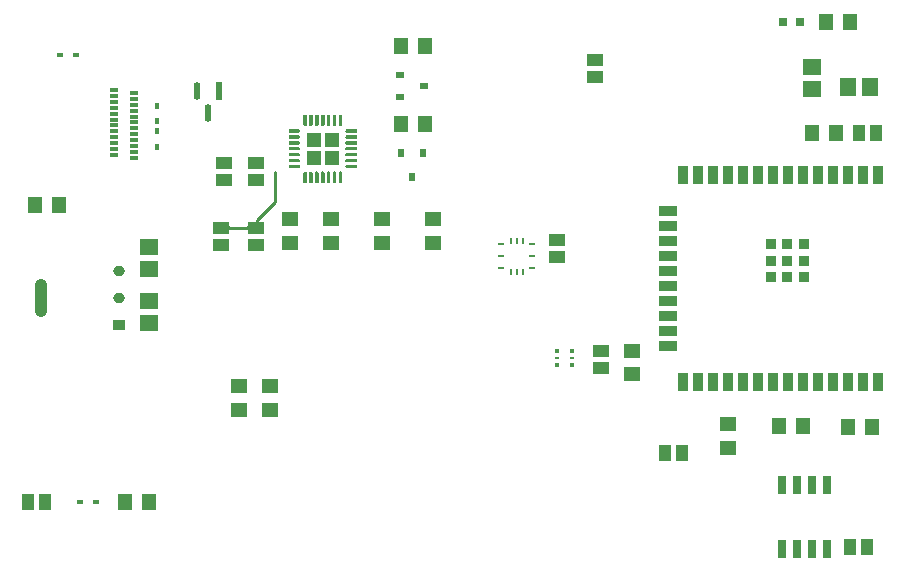
<source format=gtp>
G04*
G04 #@! TF.GenerationSoftware,Altium Limited,Altium Designer,24.7.2 (38)*
G04*
G04 Layer_Color=8421504*
%FSLAX44Y44*%
%MOMM*%
G71*
G04*
G04 #@! TF.SameCoordinates,1D9A9799-C8E3-4473-89B4-75341A8A5718*
G04*
G04*
G04 #@! TF.FilePolarity,Positive*
G04*
G01*
G75*
%ADD15C,0.2540*%
%ADD16R,1.2000X1.2000*%
%ADD17R,0.2500X0.5000*%
%ADD18R,0.5000X0.2500*%
%ADD19R,1.2000X1.4500*%
%ADD20R,0.4800X0.4000*%
%ADD21R,0.6000X0.8000*%
%ADD22R,0.8000X0.8000*%
%ADD23R,0.9000X1.5000*%
%ADD24R,1.5000X0.9000*%
%ADD25R,0.9000X0.9000*%
%ADD26R,0.9144X0.9144*%
G04:AMPARAMS|DCode=27|XSize=1.55mm|YSize=0.6mm|CornerRadius=0.051mm|HoleSize=0mm|Usage=FLASHONLY|Rotation=270.000|XOffset=0mm|YOffset=0mm|HoleType=Round|Shape=RoundedRectangle|*
%AMROUNDEDRECTD27*
21,1,1.5500,0.4980,0,0,270.0*
21,1,1.4480,0.6000,0,0,270.0*
1,1,0.1020,-0.2490,-0.7240*
1,1,0.1020,-0.2490,0.7240*
1,1,0.1020,0.2490,0.7240*
1,1,0.1020,0.2490,-0.7240*
%
%ADD27ROUNDEDRECTD27*%
%ADD28C,0.2700*%
%ADD29R,1.3562X1.0546*%
%ADD30R,1.4546X1.5562*%
%ADD31R,0.4000X0.4000*%
%ADD32R,0.4000X0.2000*%
%ADD33R,1.0043X0.8721*%
G04:AMPARAMS|DCode=34|XSize=1.0043mm|YSize=0.8721mm|CornerRadius=0.4361mm|HoleSize=0mm|Usage=FLASHONLY|Rotation=180.000|XOffset=0mm|YOffset=0mm|HoleType=Round|Shape=RoundedRectangle|*
%AMROUNDEDRECTD34*
21,1,1.0043,0.0000,0,0,180.0*
21,1,0.1322,0.8721,0,0,180.0*
1,1,0.8721,-0.0661,0.0000*
1,1,0.8721,0.0661,0.0000*
1,1,0.8721,0.0661,0.0000*
1,1,0.8721,-0.0661,0.0000*
%
%ADD34ROUNDEDRECTD34*%
G04:AMPARAMS|DCode=35|XSize=1.0043mm|YSize=3.1821mm|CornerRadius=0.4369mm|HoleSize=0mm|Usage=FLASHONLY|Rotation=180.000|XOffset=0mm|YOffset=0mm|HoleType=Round|Shape=RoundedRectangle|*
%AMROUNDEDRECTD35*
21,1,1.0043,2.3084,0,0,180.0*
21,1,0.1306,3.1821,0,0,180.0*
1,1,0.8737,-0.0653,1.1542*
1,1,0.8737,0.0653,1.1542*
1,1,0.8737,0.0653,-1.1542*
1,1,0.8737,-0.0653,-1.1542*
%
%ADD35ROUNDEDRECTD35*%
%ADD36R,0.5780X1.5242*%
G04:AMPARAMS|DCode=37|XSize=1.5242mm|YSize=0.578mm|CornerRadius=0.289mm|HoleSize=0mm|Usage=FLASHONLY|Rotation=270.000|XOffset=0mm|YOffset=0mm|HoleType=Round|Shape=RoundedRectangle|*
%AMROUNDEDRECTD37*
21,1,1.5242,0.0000,0,0,270.0*
21,1,0.9463,0.5780,0,0,270.0*
1,1,0.5780,0.0000,-0.4731*
1,1,0.5780,0.0000,0.4731*
1,1,0.5780,0.0000,0.4731*
1,1,0.5780,0.0000,-0.4731*
%
%ADD37ROUNDEDRECTD37*%
%ADD38R,0.7000X0.3000*%
%ADD39R,1.1046X1.3562*%
%ADD40R,1.0546X1.3562*%
%ADD41R,1.5562X1.4546*%
%ADD42R,0.4000X0.4800*%
%ADD43R,1.4500X1.2000*%
%ADD44R,0.8000X0.6000*%
G36*
X286580Y381060D02*
Y380762D01*
X286352Y380210D01*
X285930Y379788D01*
X285378Y379560D01*
X284782D01*
X284230Y379788D01*
X283808Y380210D01*
X283580Y380762D01*
Y381060D01*
Y389060D01*
X286580D01*
Y381060D01*
D02*
G37*
G36*
X281580D02*
Y380762D01*
X281352Y380210D01*
X280930Y379788D01*
X280378Y379560D01*
X279782D01*
X279230Y379788D01*
X278808Y380210D01*
X278580Y380762D01*
Y381060D01*
Y389060D01*
X281580D01*
Y381060D01*
D02*
G37*
G36*
X276580D02*
Y380762D01*
X276352Y380210D01*
X275930Y379788D01*
X275378Y379560D01*
X274782D01*
X274230Y379788D01*
X273808Y380210D01*
X273580Y380762D01*
Y381060D01*
Y389060D01*
X276580D01*
X276580Y381060D01*
D02*
G37*
G36*
X271580D02*
Y380762D01*
X271352Y380210D01*
X270930Y379788D01*
X270378Y379560D01*
X269782D01*
X269230Y379788D01*
X268808Y380210D01*
X268580Y380762D01*
Y381060D01*
Y389060D01*
X271580D01*
Y381060D01*
D02*
G37*
G36*
X266580D02*
Y380762D01*
X266352Y380210D01*
X265930Y379788D01*
X265378Y379560D01*
X264782D01*
X264230Y379788D01*
X263808Y380210D01*
X263580Y380762D01*
Y381060D01*
X263580D01*
Y389060D01*
X266580D01*
Y381060D01*
D02*
G37*
G36*
X261580D02*
Y380762D01*
X261352Y380210D01*
X260930Y379788D01*
X260378Y379560D01*
X259782D01*
X259230Y379788D01*
X258808Y380210D01*
X258580Y380762D01*
Y381060D01*
Y389060D01*
X261580D01*
Y381060D01*
D02*
G37*
G36*
X256580D02*
Y380762D01*
X256352Y380210D01*
X255930Y379788D01*
X255378Y379560D01*
X254782D01*
X254230Y379788D01*
X253808Y380210D01*
X253580Y380762D01*
Y381060D01*
Y389060D01*
X256580D01*
Y381060D01*
D02*
G37*
G36*
X298830Y373810D02*
X290532D01*
X289980Y374038D01*
X289558Y374460D01*
X289330Y375012D01*
Y375310D01*
Y375608D01*
X289558Y376160D01*
X289980Y376582D01*
X290532Y376810D01*
X298830D01*
Y373810D01*
D02*
G37*
G36*
X250180Y376582D02*
X250602Y376160D01*
X250830Y375608D01*
Y375310D01*
Y375012D01*
X250602Y374460D01*
X250180Y374038D01*
X249628Y373810D01*
X241330D01*
Y376810D01*
X249628D01*
X250180Y376582D01*
D02*
G37*
G36*
X298830Y368810D02*
X290532D01*
X289980Y369038D01*
X289558Y369460D01*
X289330Y370012D01*
Y370310D01*
Y370608D01*
X289558Y371160D01*
X289980Y371582D01*
X290532Y371810D01*
X298830D01*
Y368810D01*
D02*
G37*
G36*
X250180Y371582D02*
X250602Y371160D01*
X250830Y370608D01*
Y370310D01*
Y370012D01*
X250602Y369460D01*
X250180Y369038D01*
X249628Y368810D01*
X241330D01*
Y371810D01*
X249628D01*
X250180Y371582D01*
D02*
G37*
G36*
X298830Y363810D02*
X290532D01*
X289980Y364038D01*
X289558Y364460D01*
X289330Y365012D01*
Y365310D01*
Y365608D01*
X289558Y366160D01*
X289980Y366582D01*
X290532Y366810D01*
X290830D01*
Y366810D01*
X298830D01*
Y363810D01*
D02*
G37*
G36*
X249330Y366810D02*
X249628D01*
X250180Y366582D01*
X250602Y366160D01*
X250830Y365608D01*
Y365310D01*
Y365012D01*
X250602Y364460D01*
X250180Y364038D01*
X249628Y363810D01*
X241330D01*
Y366810D01*
X249330Y366810D01*
D02*
G37*
G36*
X298830Y358810D02*
X290532D01*
X289980Y359038D01*
X289558Y359460D01*
X289330Y360012D01*
Y360310D01*
Y360608D01*
X289558Y361160D01*
X289980Y361582D01*
X290532Y361810D01*
X298830D01*
Y358810D01*
D02*
G37*
G36*
X250180Y361582D02*
X250602Y361160D01*
X250830Y360608D01*
Y360310D01*
Y360012D01*
X250602Y359460D01*
X250180Y359038D01*
X249628Y358810D01*
X241330D01*
Y361810D01*
X249628D01*
X250180Y361582D01*
D02*
G37*
G36*
X298830Y353810D02*
X290830Y353810D01*
X290532D01*
X289980Y354038D01*
X289558Y354460D01*
X289330Y355012D01*
Y355310D01*
Y355608D01*
X289558Y356160D01*
X289980Y356582D01*
X290532Y356810D01*
X298830D01*
Y353810D01*
D02*
G37*
G36*
X250180Y356582D02*
X250602Y356160D01*
X250830Y355608D01*
Y355310D01*
Y355012D01*
X250602Y354460D01*
X250180Y354038D01*
X249628Y353810D01*
X249330D01*
Y353810D01*
X241330D01*
Y356810D01*
X249628D01*
X250180Y356582D01*
D02*
G37*
G36*
X298830Y348810D02*
X290532D01*
X289980Y349038D01*
X289558Y349460D01*
X289330Y350012D01*
Y350310D01*
Y350608D01*
X289558Y351160D01*
X289980Y351582D01*
X290532Y351810D01*
X298830D01*
Y348810D01*
D02*
G37*
G36*
X250180Y351582D02*
X250602Y351160D01*
X250830Y350608D01*
Y350310D01*
Y350012D01*
X250602Y349460D01*
X250180Y349038D01*
X249628Y348810D01*
X241330D01*
Y351810D01*
X249628D01*
X250180Y351582D01*
D02*
G37*
G36*
X298830Y343810D02*
X290532D01*
X289980Y344038D01*
X289558Y344460D01*
X289330Y345012D01*
Y345310D01*
Y345608D01*
X289558Y346160D01*
X289980Y346582D01*
X290532Y346810D01*
X298830D01*
Y343810D01*
D02*
G37*
G36*
X250180Y346582D02*
X250602Y346160D01*
X250830Y345608D01*
Y345310D01*
Y345012D01*
X250602Y344460D01*
X250180Y344038D01*
X249628Y343810D01*
X241330D01*
Y346810D01*
X249628D01*
X250180Y346582D01*
D02*
G37*
G36*
X285930Y340832D02*
X286352Y340410D01*
X286580Y339858D01*
Y339560D01*
Y331560D01*
X283580D01*
Y339560D01*
Y339858D01*
X283808Y340410D01*
X284230Y340832D01*
X284782Y341060D01*
X285378D01*
X285930Y340832D01*
D02*
G37*
G36*
X280930D02*
X281352Y340410D01*
X281580Y339858D01*
Y339560D01*
Y331560D01*
X278580D01*
Y339560D01*
Y339858D01*
X278808Y340410D01*
X279230Y340832D01*
X279782Y341060D01*
X280378D01*
X280930Y340832D01*
D02*
G37*
G36*
X275930D02*
X276352Y340410D01*
X276580Y339858D01*
Y339560D01*
X276580D01*
Y331560D01*
X273580D01*
Y339560D01*
Y339858D01*
X273808Y340410D01*
X274230Y340832D01*
X274782Y341060D01*
X275378D01*
X275930Y340832D01*
D02*
G37*
G36*
X270930D02*
X271352Y340410D01*
X271580Y339858D01*
Y339560D01*
Y331560D01*
X268580D01*
Y339560D01*
Y339858D01*
X268808Y340410D01*
X269230Y340832D01*
X269782Y341060D01*
X270378D01*
X270930Y340832D01*
D02*
G37*
G36*
X265930D02*
X266352Y340410D01*
X266580Y339858D01*
Y339560D01*
Y331560D01*
X263580D01*
X263580Y339560D01*
Y339858D01*
X263808Y340410D01*
X264230Y340832D01*
X264782Y341060D01*
X265378D01*
X265930Y340832D01*
D02*
G37*
G36*
X260930D02*
X261352Y340410D01*
X261580Y339858D01*
Y339560D01*
Y331560D01*
X258580D01*
Y339560D01*
Y339858D01*
X258808Y340410D01*
X259230Y340832D01*
X259782Y341060D01*
X260378D01*
X260930Y340832D01*
D02*
G37*
G36*
X255930D02*
X256352Y340410D01*
X256580Y339858D01*
Y339560D01*
Y331560D01*
X253580D01*
Y339560D01*
Y339858D01*
X253808Y340410D01*
X254230Y340832D01*
X254782Y341060D01*
X255378D01*
X255930Y340832D01*
D02*
G37*
G36*
X216068Y299568D02*
X216123Y298819D01*
X216156Y298636D01*
X216196Y298486D01*
X216243Y298370D01*
X216298Y298287D01*
X216360Y298237D01*
X216429Y298220D01*
X213160D01*
X213230Y298237D01*
X213292Y298287D01*
X213346Y298370D01*
X213394Y298486D01*
X213434Y298636D01*
X213466Y298819D01*
X213492Y299036D01*
X213521Y299568D01*
X213525Y299885D01*
X216065D01*
X216068Y299568D01*
D02*
G37*
G36*
X206609Y290468D02*
X206584Y290709D01*
X206508Y290925D01*
X206381Y291115D01*
X206203Y291281D01*
X205975Y291420D01*
X205695Y291535D01*
X205365Y291623D01*
X204984Y291687D01*
X204552Y291725D01*
X204069Y291738D01*
Y294278D01*
X204552Y294291D01*
X204984Y294329D01*
X205365Y294392D01*
X205695Y294481D01*
X205975Y294595D01*
X206203Y294735D01*
X206381Y294900D01*
X206508Y295091D01*
X206584Y295306D01*
X206609Y295548D01*
Y290468D01*
D02*
G37*
G36*
X190896Y295306D02*
X190973Y295091D01*
X191101Y294900D01*
X191281Y294735D01*
X191513Y294595D01*
X191795Y294481D01*
X192130Y294392D01*
X192515Y294329D01*
X192952Y294291D01*
X193440Y294278D01*
Y291738D01*
X192952Y291725D01*
X192515Y291687D01*
X192130Y291623D01*
X191795Y291535D01*
X191513Y291420D01*
X191281Y291281D01*
X191101Y291115D01*
X190973Y290925D01*
X190896Y290709D01*
X190870Y290468D01*
Y295548D01*
X190896Y295306D01*
D02*
G37*
D15*
X219877Y304967D02*
X219877D01*
X213360Y293008D02*
X214795Y294443D01*
Y299885D02*
X219877Y304967D01*
X214795Y294443D02*
Y299885D01*
X219877Y304967D02*
X230070Y315160D01*
Y340804D01*
X184150Y293008D02*
X213360D01*
D16*
X262580Y367810D02*
D03*
X277580D02*
D03*
X262580Y352810D02*
D03*
X277580D02*
D03*
D17*
X434340Y282240D02*
D03*
Y256240D02*
D03*
X439340D02*
D03*
X429340D02*
D03*
X439340Y282240D02*
D03*
X429340D02*
D03*
D18*
X447340Y269240D02*
D03*
X421340D02*
D03*
X447340Y279240D02*
D03*
Y259240D02*
D03*
X421340D02*
D03*
Y279240D02*
D03*
D19*
X704690Y373380D02*
D03*
X684690D02*
D03*
X715170Y124300D02*
D03*
X735170D02*
D03*
X676750Y125730D02*
D03*
X656750D02*
D03*
X123030Y60960D02*
D03*
X103030D02*
D03*
X696120Y467360D02*
D03*
X716120D02*
D03*
X26830Y312420D02*
D03*
X46830D02*
D03*
X336343Y447247D02*
D03*
X356343D02*
D03*
X336550Y381000D02*
D03*
X356550D02*
D03*
D20*
X64520Y60960D02*
D03*
X77720D02*
D03*
X61210Y439420D02*
D03*
X48010D02*
D03*
D21*
X354940Y356810D02*
D03*
X335940D02*
D03*
X345440Y336610D02*
D03*
D22*
X659370Y467360D02*
D03*
X674370D02*
D03*
D23*
X740410Y337820D02*
D03*
X727710D02*
D03*
X715010D02*
D03*
X702310D02*
D03*
X689610D02*
D03*
X676910D02*
D03*
X664210D02*
D03*
X651510D02*
D03*
X638810D02*
D03*
X626110D02*
D03*
X613410D02*
D03*
X600710D02*
D03*
X588010D02*
D03*
X575310D02*
D03*
Y162820D02*
D03*
X588010D02*
D03*
X600710D02*
D03*
X613410D02*
D03*
X626110D02*
D03*
X638810D02*
D03*
X651510D02*
D03*
X664210D02*
D03*
X676910D02*
D03*
X689610D02*
D03*
X702310D02*
D03*
X715010D02*
D03*
X727710D02*
D03*
X740410D02*
D03*
D24*
X562810Y307420D02*
D03*
Y294720D02*
D03*
Y282020D02*
D03*
Y269320D02*
D03*
Y256620D02*
D03*
Y243920D02*
D03*
Y231220D02*
D03*
Y218520D02*
D03*
Y205820D02*
D03*
Y193120D02*
D03*
D25*
X677210Y279320D02*
D03*
Y265320D02*
D03*
Y251320D02*
D03*
X663210Y279320D02*
D03*
Y265320D02*
D03*
Y251320D02*
D03*
X649210Y265320D02*
D03*
Y251320D02*
D03*
D26*
Y279320D02*
D03*
D27*
X697230Y75590D02*
D03*
X684530D02*
D03*
X671830D02*
D03*
X659130D02*
D03*
Y21590D02*
D03*
X671830D02*
D03*
X684530D02*
D03*
X697230D02*
D03*
D28*
X246080Y375310D02*
D03*
Y370310D02*
D03*
Y365310D02*
D03*
X242830Y360310D02*
D03*
X246080Y355310D02*
D03*
Y350310D02*
D03*
Y345310D02*
D03*
X255080Y336310D02*
D03*
X260080D02*
D03*
X265080D02*
D03*
X270080Y333060D02*
D03*
X275080Y336310D02*
D03*
X280080D02*
D03*
X285080D02*
D03*
X294080Y345310D02*
D03*
Y350310D02*
D03*
Y355310D02*
D03*
X296830Y360310D02*
D03*
X294080Y365310D02*
D03*
Y370310D02*
D03*
Y375310D02*
D03*
X285080Y384310D02*
D03*
X280080D02*
D03*
X275080D02*
D03*
X270080Y387060D02*
D03*
X265080Y384310D02*
D03*
X260080D02*
D03*
X255080D02*
D03*
D29*
X213360Y278492D02*
D03*
Y293008D02*
D03*
X505460Y188868D02*
D03*
Y174352D02*
D03*
X186690Y348088D02*
D03*
Y333572D02*
D03*
X500380Y435610D02*
D03*
Y421094D02*
D03*
X213360Y348088D02*
D03*
Y333572D02*
D03*
X468630Y268694D02*
D03*
Y283210D02*
D03*
X184150Y278492D02*
D03*
Y293008D02*
D03*
D30*
X715204Y412750D02*
D03*
X733720D02*
D03*
D31*
X468330Y188880D02*
D03*
Y176880D02*
D03*
X481330D02*
D03*
Y188880D02*
D03*
D32*
X468330Y182880D02*
D03*
X481330D02*
D03*
D33*
X97720Y210780D02*
D03*
D34*
Y233680D02*
D03*
Y256580D02*
D03*
D35*
X31820Y233680D02*
D03*
D36*
X182220Y409102D02*
D03*
D37*
X163220D02*
D03*
X172720Y390898D02*
D03*
D38*
X110250Y407500D02*
D03*
Y402500D02*
D03*
Y397500D02*
D03*
Y392500D02*
D03*
Y387500D02*
D03*
Y382500D02*
D03*
Y377500D02*
D03*
Y372500D02*
D03*
Y367500D02*
D03*
Y362500D02*
D03*
Y357500D02*
D03*
Y352500D02*
D03*
X93250Y355000D02*
D03*
Y360000D02*
D03*
Y365000D02*
D03*
Y370000D02*
D03*
Y375000D02*
D03*
Y380000D02*
D03*
Y385000D02*
D03*
Y390000D02*
D03*
Y395000D02*
D03*
Y400000D02*
D03*
Y405000D02*
D03*
Y410000D02*
D03*
D39*
X724462Y373380D02*
D03*
X738578D02*
D03*
D40*
X574586Y102870D02*
D03*
X560070D02*
D03*
X716280Y22860D02*
D03*
X730796D02*
D03*
X34858Y60960D02*
D03*
X20342D02*
D03*
D41*
X123190Y258344D02*
D03*
Y276860D02*
D03*
Y231508D02*
D03*
Y212992D02*
D03*
X684530Y410794D02*
D03*
Y429310D02*
D03*
D42*
X129540Y396600D02*
D03*
Y383400D02*
D03*
Y361800D02*
D03*
Y375000D02*
D03*
D43*
X199310Y139180D02*
D03*
Y159180D02*
D03*
X242570Y300830D02*
D03*
Y280830D02*
D03*
X320040Y300830D02*
D03*
Y280830D02*
D03*
X363220D02*
D03*
Y300830D02*
D03*
X225129Y139180D02*
D03*
Y159180D02*
D03*
X276860Y280830D02*
D03*
Y300830D02*
D03*
X532130Y169230D02*
D03*
Y189230D02*
D03*
X613410Y126840D02*
D03*
Y106840D02*
D03*
D44*
X335280Y422860D02*
D03*
Y403860D02*
D03*
X355480Y413360D02*
D03*
M02*

</source>
